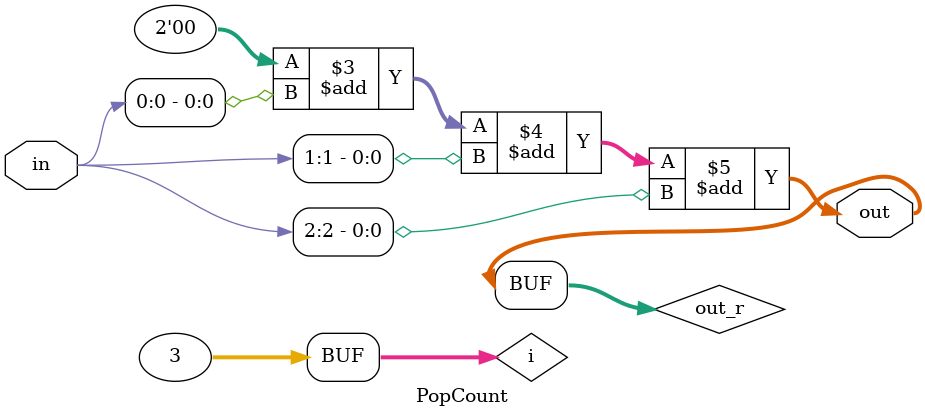
<source format=v>
module PopCount (
    input [2:0] in,
    output [1:0] out
);
    reg [1:0] out_r;
    assign out = out_r;

    integer i;
    always @(*) begin
        out_r = 2'd0;
        for (i = 0; i < 3; i = i + 1) begin
            out_r = out_r + in[i];
        end
    end
endmodule
</source>
